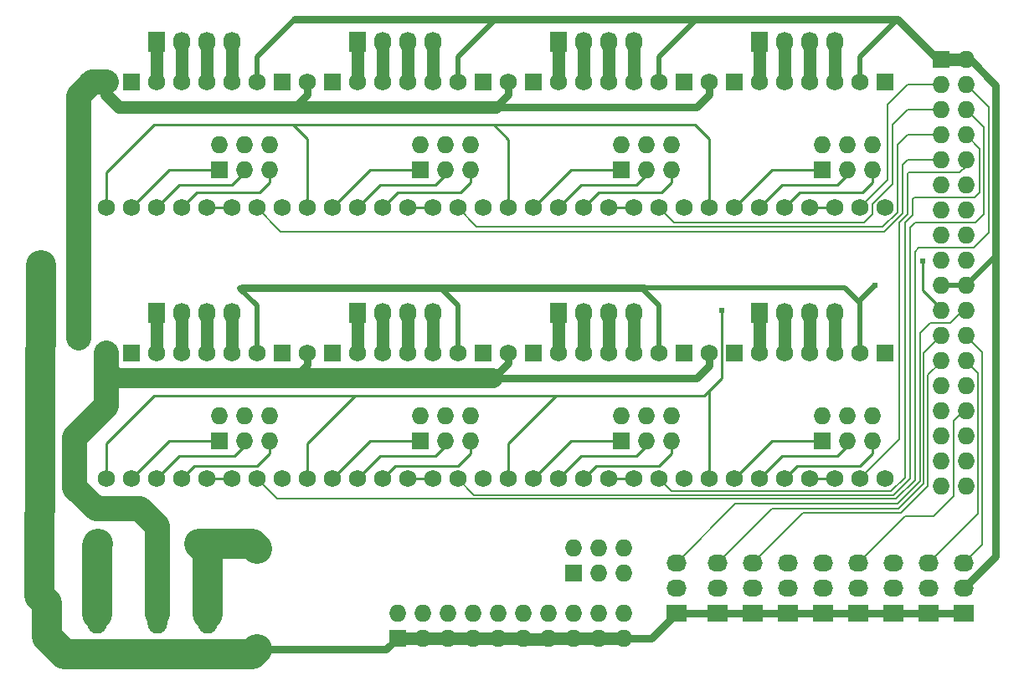
<source format=gbr>
G04 #@! TF.FileFunction,Copper,L2,Bot,Signal*
%FSLAX46Y46*%
G04 Gerber Fmt 4.6, Leading zero omitted, Abs format (unit mm)*
G04 Created by KiCad (PCBNEW 4.0.4+e1-6308~48~ubuntu15.10.1-stable) date Thu Dec  8 14:35:49 2016*
%MOMM*%
%LPD*%
G01*
G04 APERTURE LIST*
%ADD10C,0.100000*%
%ADD11C,1.727200*%
%ADD12R,1.727200X1.727200*%
%ADD13O,1.981200X3.962400*%
%ADD14O,1.727200X1.727200*%
%ADD15R,1.727200X2.032000*%
%ADD16O,1.727200X2.032000*%
%ADD17R,2.032000X1.727200*%
%ADD18O,2.032000X1.727200*%
%ADD19C,2.032000*%
%ADD20C,0.609600*%
%ADD21C,3.048000*%
%ADD22C,0.762000*%
%ADD23C,1.270000*%
%ADD24C,2.540000*%
%ADD25C,2.032000*%
%ADD26C,0.508000*%
%ADD27C,0.152400*%
%ADD28C,0.254000*%
G04 APERTURE END LIST*
D10*
D11*
X110002000Y-126746000D03*
X99802000Y-126746000D03*
X115826540Y-137414520D03*
D12*
X115826540Y-127254520D03*
D13*
X99695000Y-133858000D03*
X94615000Y-133858000D03*
D12*
X184992000Y-77724000D03*
D14*
X187532000Y-77724000D03*
X184992000Y-80264000D03*
X187532000Y-80264000D03*
X184992000Y-82804000D03*
X187532000Y-82804000D03*
X184992000Y-85344000D03*
X187532000Y-85344000D03*
X184992000Y-87884000D03*
X187532000Y-87884000D03*
X184992000Y-90424000D03*
X187532000Y-90424000D03*
X184992000Y-92964000D03*
X187532000Y-92964000D03*
X184992000Y-95504000D03*
X187532000Y-95504000D03*
X184992000Y-98044000D03*
X187532000Y-98044000D03*
X184992000Y-100584000D03*
X187532000Y-100584000D03*
X184992000Y-103124000D03*
X187532000Y-103124000D03*
X184992000Y-105664000D03*
X187532000Y-105664000D03*
X184992000Y-108204000D03*
X187532000Y-108204000D03*
X184992000Y-110744000D03*
X187532000Y-110744000D03*
X184992000Y-113284000D03*
X187532000Y-113284000D03*
X184992000Y-115824000D03*
X187532000Y-115824000D03*
X184992000Y-118364000D03*
X187532000Y-118364000D03*
X184992000Y-120904000D03*
X187532000Y-120904000D03*
D12*
X152654000Y-116332000D03*
D14*
X152654000Y-113792000D03*
X155194000Y-116332000D03*
X155194000Y-113792000D03*
X157734000Y-116332000D03*
X157734000Y-113792000D03*
D12*
X112014000Y-116332000D03*
D14*
X112014000Y-113792000D03*
X114554000Y-116332000D03*
X114554000Y-113792000D03*
X117094000Y-116332000D03*
X117094000Y-113792000D03*
D12*
X132334000Y-116332000D03*
D14*
X132334000Y-113792000D03*
X134874000Y-116332000D03*
X134874000Y-113792000D03*
X137414000Y-116332000D03*
X137414000Y-113792000D03*
D12*
X172974000Y-116332000D03*
D14*
X172974000Y-113792000D03*
X175514000Y-116332000D03*
X175514000Y-113792000D03*
X178054000Y-116332000D03*
X178054000Y-113792000D03*
D12*
X172974000Y-88900000D03*
D14*
X172974000Y-86360000D03*
X175514000Y-88900000D03*
X175514000Y-86360000D03*
X178054000Y-88900000D03*
X178054000Y-86360000D03*
D12*
X152717500Y-88900000D03*
D14*
X152717500Y-86360000D03*
X155257500Y-88900000D03*
X155257500Y-86360000D03*
X157797500Y-88900000D03*
X157797500Y-86360000D03*
D12*
X132334000Y-88900000D03*
D14*
X132334000Y-86360000D03*
X134874000Y-88900000D03*
X134874000Y-86360000D03*
X137414000Y-88900000D03*
X137414000Y-86360000D03*
D12*
X112014000Y-88900000D03*
D14*
X112014000Y-86360000D03*
X114554000Y-88900000D03*
X114554000Y-86360000D03*
X117094000Y-88900000D03*
X117094000Y-86360000D03*
D12*
X130048000Y-136271000D03*
D14*
X130048000Y-133731000D03*
X132588000Y-136271000D03*
X132588000Y-133731000D03*
X135128000Y-136271000D03*
X135128000Y-133731000D03*
X137668000Y-136271000D03*
X137668000Y-133731000D03*
X140208000Y-136271000D03*
X140208000Y-133731000D03*
X142748000Y-136271000D03*
X142748000Y-133731000D03*
X145288000Y-136271000D03*
X145288000Y-133731000D03*
X147828000Y-136271000D03*
X147828000Y-133731000D03*
X150368000Y-136271000D03*
X150368000Y-133731000D03*
X152908000Y-136271000D03*
X152908000Y-133731000D03*
D12*
X147828000Y-129667000D03*
D14*
X147828000Y-127127000D03*
X150368000Y-129667000D03*
X150368000Y-127127000D03*
X152908000Y-129667000D03*
X152908000Y-127127000D03*
D15*
X105664000Y-75946000D03*
D16*
X108204000Y-75946000D03*
X110744000Y-75946000D03*
X113284000Y-75946000D03*
D15*
X125984000Y-75946000D03*
D16*
X128524000Y-75946000D03*
X131064000Y-75946000D03*
X133604000Y-75946000D03*
D15*
X146367500Y-75946000D03*
D16*
X148907500Y-75946000D03*
X151447500Y-75946000D03*
X153987500Y-75946000D03*
D15*
X166624000Y-75946000D03*
D16*
X169164000Y-75946000D03*
X171704000Y-75946000D03*
X174244000Y-75946000D03*
D15*
X105664000Y-103378000D03*
D16*
X108204000Y-103378000D03*
X110744000Y-103378000D03*
X113284000Y-103378000D03*
D15*
X125984000Y-103378000D03*
D16*
X128524000Y-103378000D03*
X131064000Y-103378000D03*
X133604000Y-103378000D03*
D15*
X146304000Y-103378000D03*
D16*
X148844000Y-103378000D03*
X151384000Y-103378000D03*
X153924000Y-103378000D03*
D15*
X166624000Y-103378000D03*
D16*
X169164000Y-103378000D03*
X171704000Y-103378000D03*
X174244000Y-103378000D03*
D17*
X162433000Y-133731000D03*
D18*
X162433000Y-131191000D03*
X162433000Y-128651000D03*
D17*
X165989000Y-133731000D03*
D18*
X165989000Y-131191000D03*
X165989000Y-128651000D03*
D17*
X169545000Y-133731000D03*
D18*
X169545000Y-131191000D03*
X169545000Y-128651000D03*
D17*
X173101000Y-133731000D03*
D18*
X173101000Y-131191000D03*
X173101000Y-128651000D03*
D17*
X176657000Y-133731000D03*
D18*
X176657000Y-131191000D03*
X176657000Y-128651000D03*
D17*
X180213000Y-133731000D03*
D18*
X180213000Y-131191000D03*
X180213000Y-128651000D03*
D17*
X183769000Y-133731000D03*
D18*
X183769000Y-131191000D03*
X183769000Y-128651000D03*
D17*
X187325000Y-133731000D03*
D18*
X187325000Y-131191000D03*
X187325000Y-128651000D03*
D17*
X158242000Y-133731000D03*
D18*
X158242000Y-131191000D03*
X158242000Y-128651000D03*
D13*
X110871000Y-133858000D03*
X105791000Y-133858000D03*
D12*
X179324000Y-107442000D03*
D11*
X176784000Y-107442000D03*
X174244000Y-107442000D03*
X171704000Y-107442000D03*
X169164000Y-107442000D03*
X166624000Y-107442000D03*
D12*
X164084000Y-107442000D03*
D11*
X161544000Y-107442000D03*
X161544000Y-120142000D03*
X164084000Y-120142000D03*
X166624000Y-120142000D03*
X169164000Y-120142000D03*
X171704000Y-120142000D03*
X174244000Y-120142000D03*
X176784000Y-120142000D03*
X179324000Y-120142000D03*
D12*
X159004000Y-107442000D03*
D11*
X156464000Y-107442000D03*
X153924000Y-107442000D03*
X151384000Y-107442000D03*
X148844000Y-107442000D03*
X146304000Y-107442000D03*
D12*
X143764000Y-107442000D03*
D11*
X141224000Y-107442000D03*
X141224000Y-120142000D03*
X143764000Y-120142000D03*
X146304000Y-120142000D03*
X148844000Y-120142000D03*
X151384000Y-120142000D03*
X153924000Y-120142000D03*
X156464000Y-120142000D03*
X159004000Y-120142000D03*
D12*
X138684000Y-107442000D03*
D11*
X136144000Y-107442000D03*
X133604000Y-107442000D03*
X131064000Y-107442000D03*
X128524000Y-107442000D03*
X125984000Y-107442000D03*
D12*
X123444000Y-107442000D03*
D11*
X120904000Y-107442000D03*
X120904000Y-120142000D03*
X123444000Y-120142000D03*
X125984000Y-120142000D03*
X128524000Y-120142000D03*
X131064000Y-120142000D03*
X133604000Y-120142000D03*
X136144000Y-120142000D03*
X138684000Y-120142000D03*
D12*
X118364000Y-107442000D03*
D11*
X115824000Y-107442000D03*
X113284000Y-107442000D03*
X110744000Y-107442000D03*
X108204000Y-107442000D03*
X105664000Y-107442000D03*
D12*
X103124000Y-107442000D03*
D11*
X100584000Y-107442000D03*
X100584000Y-120142000D03*
X103124000Y-120142000D03*
X105664000Y-120142000D03*
X108204000Y-120142000D03*
X110744000Y-120142000D03*
X113284000Y-120142000D03*
X115824000Y-120142000D03*
X118364000Y-120142000D03*
D12*
X179324000Y-80010000D03*
D11*
X176784000Y-80010000D03*
X174244000Y-80010000D03*
X171704000Y-80010000D03*
X169164000Y-80010000D03*
X166624000Y-80010000D03*
D12*
X164084000Y-80010000D03*
D11*
X161544000Y-80010000D03*
X161544000Y-92710000D03*
X164084000Y-92710000D03*
X166624000Y-92710000D03*
X169164000Y-92710000D03*
X171704000Y-92710000D03*
X174244000Y-92710000D03*
X176784000Y-92710000D03*
X179324000Y-92710000D03*
D12*
X159067500Y-80010000D03*
D11*
X156527500Y-80010000D03*
X153987500Y-80010000D03*
X151447500Y-80010000D03*
X148907500Y-80010000D03*
X146367500Y-80010000D03*
D12*
X143827500Y-80010000D03*
D11*
X141287500Y-80010000D03*
X141287500Y-92710000D03*
X143827500Y-92710000D03*
X146367500Y-92710000D03*
X148907500Y-92710000D03*
X151447500Y-92710000D03*
X153987500Y-92710000D03*
X156527500Y-92710000D03*
X159067500Y-92710000D03*
D12*
X138684000Y-80010000D03*
D11*
X136144000Y-80010000D03*
X133604000Y-80010000D03*
X131064000Y-80010000D03*
X128524000Y-80010000D03*
X125984000Y-80010000D03*
D12*
X123444000Y-80010000D03*
D11*
X120904000Y-80010000D03*
X120904000Y-92710000D03*
X123444000Y-92710000D03*
X125984000Y-92710000D03*
X128524000Y-92710000D03*
X131064000Y-92710000D03*
X133604000Y-92710000D03*
X136144000Y-92710000D03*
X138684000Y-92710000D03*
D12*
X118364000Y-80010000D03*
D11*
X115824000Y-80010000D03*
X113284000Y-80010000D03*
X110744000Y-80010000D03*
X108204000Y-80010000D03*
X105664000Y-80010000D03*
D12*
X103124000Y-80010000D03*
D11*
X100584000Y-80010000D03*
X100584000Y-92710000D03*
X103124000Y-92710000D03*
X105664000Y-92710000D03*
X108204000Y-92710000D03*
X110744000Y-92710000D03*
X113284000Y-92710000D03*
X115824000Y-92710000D03*
X118364000Y-92710000D03*
D19*
X93980000Y-98552000D03*
X97790000Y-105918000D03*
D20*
X178308000Y-100584000D03*
X162814000Y-103124000D03*
X183134000Y-98094800D03*
D21*
X93980000Y-98552000D02*
X93853000Y-131953000D01*
X93853000Y-131953000D02*
X94615000Y-132715000D01*
X94615000Y-132715000D02*
X94615000Y-133858000D01*
D22*
X115826540Y-137414520D02*
X128904480Y-137414520D01*
X128904480Y-137414520D02*
X130048000Y-136271000D01*
D21*
X94615000Y-133858000D02*
X94615000Y-136144000D01*
X94615000Y-136144000D02*
X96393000Y-137922000D01*
X96393000Y-137922000D02*
X115319060Y-137922000D01*
X115319060Y-137922000D02*
X115826540Y-137414520D01*
D23*
X137668000Y-136271000D02*
X140208000Y-136271000D01*
X140208000Y-136271000D02*
X142748000Y-136271000D01*
X152908000Y-136271000D02*
X150368000Y-136271000D01*
X150368000Y-136271000D02*
X147828000Y-136271000D01*
X147828000Y-136271000D02*
X145288000Y-136271000D01*
X145288000Y-136271000D02*
X145211800Y-136347200D01*
X145211800Y-136347200D02*
X142824200Y-136347200D01*
X142824200Y-136347200D02*
X142748000Y-136271000D01*
X137668000Y-136271000D02*
X135128000Y-136271000D01*
X135128000Y-136271000D02*
X132588000Y-136271000D01*
X132588000Y-136271000D02*
X130048000Y-136271000D01*
D22*
X187325000Y-133731000D02*
X183769000Y-133731000D01*
X183769000Y-133731000D02*
X180213000Y-133731000D01*
X180213000Y-133731000D02*
X176657000Y-133731000D01*
X176657000Y-133731000D02*
X173101000Y-133731000D01*
X173101000Y-133731000D02*
X169545000Y-133731000D01*
X169545000Y-133731000D02*
X165989000Y-133731000D01*
X165989000Y-133731000D02*
X162433000Y-133731000D01*
X162433000Y-133731000D02*
X158242000Y-133731000D01*
X158242000Y-133731000D02*
X155702000Y-136271000D01*
X155702000Y-136271000D02*
X152908000Y-136271000D01*
D24*
X100584000Y-80010000D02*
X99187000Y-80010000D01*
X99187000Y-80010000D02*
X97790000Y-81407000D01*
X97790000Y-81407000D02*
X97790000Y-105918000D01*
X100584000Y-107442000D02*
X100584000Y-112776000D01*
X100584000Y-112776000D02*
X97409000Y-115951000D01*
X97409000Y-115951000D02*
X97409000Y-121031000D01*
X97409000Y-121031000D02*
X99568000Y-123190000D01*
X99568000Y-123190000D02*
X104013000Y-123190000D01*
X104013000Y-123190000D02*
X105791000Y-124968000D01*
X105791000Y-124968000D02*
X105791000Y-133858000D01*
D23*
X119634000Y-82550000D02*
X139954000Y-82550000D01*
D22*
X120904000Y-80010000D02*
X120904000Y-81280000D01*
D23*
X101854000Y-82550000D02*
X118872000Y-82550000D01*
X118872000Y-82550000D02*
X119634000Y-82550000D01*
D22*
X120904000Y-81280000D02*
X119634000Y-82550000D01*
X120904000Y-107442000D02*
X120904000Y-108610400D01*
X120904000Y-108610400D02*
X119532400Y-109982000D01*
D25*
X100584000Y-107442000D02*
X100584000Y-108966000D01*
X100584000Y-108966000D02*
X101600000Y-109982000D01*
X101600000Y-109982000D02*
X119532400Y-109982000D01*
X119532400Y-109982000D02*
X139700000Y-109982000D01*
D22*
X120904000Y-107442000D02*
X120904000Y-107696000D01*
X161544000Y-107442000D02*
X161544000Y-108712000D01*
X161544000Y-108712000D02*
X160274000Y-109982000D01*
X160274000Y-109982000D02*
X139700000Y-109982000D01*
X141224000Y-107442000D02*
X141224000Y-108458000D01*
X141224000Y-108458000D02*
X139700000Y-109982000D01*
D23*
X100584000Y-107442000D02*
X100584000Y-108966000D01*
X100584000Y-108966000D02*
X101600000Y-109982000D01*
D22*
X141287500Y-80010000D02*
X141287500Y-81216500D01*
X141287500Y-81216500D02*
X139954000Y-82550000D01*
X139954000Y-82550000D02*
X139700000Y-82550000D01*
X160274000Y-82550000D02*
X139700000Y-82550000D01*
X161544000Y-81280000D02*
X160274000Y-82550000D01*
X161544000Y-80010000D02*
X161544000Y-81280000D01*
X141287500Y-80010000D02*
X141287500Y-80454500D01*
D23*
X100584000Y-80010000D02*
X100584000Y-81280000D01*
X100584000Y-81280000D02*
X101854000Y-82550000D01*
D21*
X110002000Y-126746000D02*
X115318020Y-126746000D01*
X115318020Y-126746000D02*
X115826540Y-127254520D01*
X110871000Y-133858000D02*
X110871000Y-127615000D01*
X110871000Y-127615000D02*
X110002000Y-126746000D01*
D26*
X184992000Y-100584000D02*
X187532000Y-100584000D01*
X187532000Y-100584000D02*
X190550800Y-97565200D01*
X190550800Y-97565200D02*
X190529200Y-97565200D01*
X190529200Y-97565200D02*
X190500000Y-97536000D01*
X190500000Y-97536000D02*
X190550800Y-97536000D01*
X178308000Y-100584000D02*
X176784000Y-102108000D01*
X176784000Y-102108000D02*
X176784000Y-102362000D01*
D23*
X184992000Y-77724000D02*
X187532000Y-77724000D01*
D22*
X187532000Y-77724000D02*
X187960000Y-77724000D01*
X187960000Y-77724000D02*
X190550800Y-80314800D01*
X190550800Y-80314800D02*
X190550800Y-97536000D01*
X190550800Y-97536000D02*
X190550800Y-127965200D01*
X190550800Y-127965200D02*
X187325000Y-131191000D01*
D26*
X187532000Y-77724000D02*
X187706000Y-77724000D01*
D22*
X184992000Y-77724000D02*
X184658000Y-77724000D01*
X184658000Y-77724000D02*
X180594000Y-73660000D01*
X180594000Y-73660000D02*
X160274000Y-73660000D01*
D26*
X176784000Y-77470000D02*
X180594000Y-73660000D01*
X156527500Y-77406500D02*
X160274000Y-73660000D01*
X160274000Y-73660000D02*
X160020000Y-73914000D01*
X160020000Y-73914000D02*
X160020000Y-73660000D01*
D22*
X139954000Y-73660000D02*
X160020000Y-73660000D01*
D26*
X176784000Y-80010000D02*
X176784000Y-77470000D01*
X156527500Y-80010000D02*
X156527500Y-77406500D01*
X136144000Y-80010000D02*
X136144000Y-77470000D01*
X136144000Y-77470000D02*
X139954000Y-73660000D01*
X115824000Y-80010000D02*
X115824000Y-77470000D01*
X115824000Y-77470000D02*
X119634000Y-73660000D01*
D22*
X119634000Y-73660000D02*
X139954000Y-73660000D01*
D26*
X115824000Y-107442000D02*
X115824000Y-102616000D01*
X115824000Y-102616000D02*
X114109500Y-100901500D01*
X114109500Y-100901500D02*
X114046000Y-100838000D01*
X114046000Y-100838000D02*
X114300000Y-101092000D01*
X114300000Y-101092000D02*
X114300000Y-100838000D01*
X136144000Y-107442000D02*
X136144000Y-102616000D01*
X136144000Y-102616000D02*
X134366000Y-100838000D01*
X134366000Y-100838000D02*
X133858000Y-100838000D01*
D22*
X114300000Y-100838000D02*
X133858000Y-100838000D01*
X133858000Y-100838000D02*
X154940000Y-100838000D01*
D26*
X156464000Y-107442000D02*
X156464000Y-102616000D01*
X156464000Y-102616000D02*
X154686000Y-100838000D01*
X154686000Y-100838000D02*
X154432000Y-100838000D01*
X154432000Y-100838000D02*
X154940000Y-100838000D01*
X154940000Y-100838000D02*
X175260000Y-100838000D01*
X175260000Y-100838000D02*
X176784000Y-102362000D01*
X176784000Y-102362000D02*
X176784000Y-107442000D01*
D27*
X184992000Y-87884000D02*
X181610000Y-87884000D01*
X181610000Y-87884000D02*
X181102000Y-88392000D01*
X181102000Y-88392000D02*
X181102000Y-93268800D01*
X181102000Y-93268800D02*
X179273200Y-95097600D01*
X179273200Y-95097600D02*
X118211600Y-95097600D01*
X118211600Y-95097600D02*
X115824000Y-92710000D01*
X184992000Y-85344000D02*
X181610000Y-85344000D01*
X181610000Y-85344000D02*
X180594000Y-86360000D01*
X180594000Y-86360000D02*
X180594000Y-93167200D01*
X180594000Y-93167200D02*
X179120800Y-94640400D01*
X179120800Y-94640400D02*
X138074400Y-94640400D01*
X138074400Y-94640400D02*
X136144000Y-92710000D01*
X184992000Y-82804000D02*
X181610000Y-82804000D01*
X181610000Y-82804000D02*
X180086000Y-84328000D01*
X180086000Y-84328000D02*
X180086000Y-90297000D01*
X180086000Y-90297000D02*
X178054000Y-92329000D01*
X178054000Y-92329000D02*
X178054000Y-93370400D01*
X178054000Y-93370400D02*
X177241200Y-94183200D01*
X177241200Y-94183200D02*
X158000700Y-94183200D01*
X158000700Y-94183200D02*
X156527500Y-92710000D01*
X184992000Y-80264000D02*
X181610000Y-80264000D01*
X181610000Y-80264000D02*
X179578000Y-82296000D01*
X179578000Y-82296000D02*
X179578000Y-89916000D01*
X179578000Y-89916000D02*
X176784000Y-92710000D01*
X187532000Y-80264000D02*
X187579000Y-80264000D01*
X187579000Y-80264000D02*
X189865000Y-82550000D01*
X189865000Y-82550000D02*
X189865000Y-95250000D01*
X189865000Y-95250000D02*
X188341000Y-96774000D01*
X188341000Y-96774000D02*
X182753000Y-96774000D01*
X182753000Y-96774000D02*
X182372000Y-97155000D01*
X182372000Y-97155000D02*
X182372000Y-120269000D01*
X182372000Y-120269000D02*
X180467000Y-122174000D01*
X180467000Y-122174000D02*
X117856000Y-122174000D01*
X117856000Y-122174000D02*
X115824000Y-120142000D01*
X115824000Y-120142000D02*
X115824000Y-120243600D01*
X187532000Y-82804000D02*
X187579000Y-82804000D01*
X187579000Y-82804000D02*
X189357000Y-84582000D01*
X189357000Y-84582000D02*
X189357000Y-93345000D01*
X189357000Y-93345000D02*
X188468000Y-94234000D01*
X188468000Y-94234000D02*
X182372000Y-94234000D01*
X182372000Y-94234000D02*
X181864000Y-94742000D01*
X181864000Y-94742000D02*
X181864000Y-120142000D01*
X181864000Y-120142000D02*
X180213000Y-121793000D01*
X180213000Y-121793000D02*
X137795000Y-121793000D01*
X137795000Y-121793000D02*
X136144000Y-120142000D01*
X184026800Y-91643200D02*
X182295800Y-91643200D01*
X182295800Y-91643200D02*
X182118000Y-91821000D01*
X182118000Y-91821000D02*
X182118000Y-93472000D01*
X182118000Y-93472000D02*
X181356000Y-94234000D01*
X181356000Y-94234000D02*
X181356000Y-120015000D01*
X181356000Y-120015000D02*
X179959000Y-121412000D01*
X179959000Y-121412000D02*
X157734000Y-121412000D01*
X157734000Y-121412000D02*
X156464000Y-120142000D01*
X188903600Y-86715600D02*
X187532000Y-85344000D01*
X188903600Y-91135200D02*
X188903600Y-86715600D01*
X188395600Y-91643200D02*
X188903600Y-91135200D01*
X184026800Y-91643200D02*
X188395600Y-91643200D01*
X183134000Y-89154000D02*
X181737000Y-89154000D01*
X181737000Y-89154000D02*
X181610000Y-89281000D01*
X181610000Y-89281000D02*
X181610000Y-93345000D01*
X181610000Y-93345000D02*
X180797200Y-94157800D01*
X180797200Y-94157800D02*
X180797200Y-99212400D01*
X187532000Y-87884000D02*
X187532000Y-88544400D01*
X187532000Y-88544400D02*
X186922400Y-89154000D01*
X186922400Y-89154000D02*
X183134000Y-89154000D01*
X183134000Y-89154000D02*
X183061600Y-89154000D01*
X180797200Y-99212400D02*
X180797200Y-116128800D01*
X180797200Y-116128800D02*
X176784000Y-120142000D01*
X176784000Y-120142000D02*
X176834800Y-120142000D01*
D28*
X161544000Y-120142000D02*
X161544000Y-111252000D01*
X146050000Y-111760000D02*
X161036000Y-111760000D01*
X161036000Y-111760000D02*
X161544000Y-111252000D01*
X161544000Y-111252000D02*
X162814000Y-109982000D01*
X162814000Y-109982000D02*
X162814000Y-103124000D01*
X184992000Y-103124000D02*
X184992000Y-102950000D01*
X184992000Y-102950000D02*
X183134000Y-101092000D01*
X183134000Y-101092000D02*
X183134000Y-98094800D01*
X120904000Y-92710000D02*
X120904000Y-85725000D01*
X120904000Y-85725000D02*
X119507000Y-84328000D01*
X161544000Y-92710000D02*
X161544000Y-85725000D01*
X161544000Y-85725000D02*
X160147000Y-84328000D01*
X141287500Y-92710000D02*
X141287500Y-85788500D01*
X141287500Y-85788500D02*
X139827000Y-84328000D01*
X141224000Y-120142000D02*
X141224000Y-116586000D01*
X141224000Y-116586000D02*
X146050000Y-111760000D01*
X120904000Y-120142000D02*
X120904000Y-116586000D01*
X120904000Y-116586000D02*
X125730000Y-111760000D01*
X100584000Y-120142000D02*
X100584000Y-116586000D01*
X100584000Y-116586000D02*
X105410000Y-111760000D01*
X105410000Y-111760000D02*
X125730000Y-111760000D01*
X125730000Y-111760000D02*
X146050000Y-111760000D01*
X100584000Y-92710000D02*
X100584000Y-89154000D01*
X100584000Y-89154000D02*
X105410000Y-84328000D01*
X105410000Y-84328000D02*
X119507000Y-84328000D01*
X119507000Y-84328000D02*
X125730000Y-84328000D01*
X125730000Y-84328000D02*
X139827000Y-84328000D01*
X139827000Y-84328000D02*
X146050000Y-84328000D01*
X146050000Y-84328000D02*
X160147000Y-84328000D01*
D27*
X187532000Y-103124000D02*
X187198000Y-103124000D01*
X187198000Y-103124000D02*
X185928000Y-104394000D01*
X185928000Y-104394000D02*
X183896000Y-104394000D01*
X183896000Y-104394000D02*
X182880000Y-105410000D01*
X182880000Y-105410000D02*
X182880000Y-120396000D01*
X182880000Y-120396000D02*
X180594000Y-122682000D01*
X180594000Y-122682000D02*
X164211000Y-122682000D01*
X164211000Y-122682000D02*
X158242000Y-128651000D01*
X180594000Y-123190000D02*
X180746400Y-123190000D01*
X180746400Y-123190000D02*
X183286400Y-120650000D01*
X183286400Y-120650000D02*
X183286400Y-120497600D01*
X183286400Y-120497600D02*
X183286400Y-107369600D01*
X183286400Y-107369600D02*
X184992000Y-105664000D01*
X184992000Y-105664000D02*
X184404000Y-105664000D01*
X180594000Y-123190000D02*
X167894000Y-123190000D01*
X167894000Y-123190000D02*
X162433000Y-128651000D01*
X184992000Y-108204000D02*
X184992000Y-108327200D01*
X184992000Y-108327200D02*
X183692800Y-109626400D01*
X183692800Y-109626400D02*
X183692800Y-120904000D01*
X183692800Y-120904000D02*
X181000400Y-123596400D01*
X181000400Y-123596400D02*
X171043600Y-123596400D01*
X171043600Y-123596400D02*
X165989000Y-128651000D01*
X187532000Y-113284000D02*
X187299600Y-113284000D01*
X187299600Y-113284000D02*
X186283600Y-114300000D01*
X186283600Y-114300000D02*
X186283600Y-121920000D01*
X186283600Y-121920000D02*
X184251600Y-123952000D01*
X184251600Y-123952000D02*
X181356000Y-123952000D01*
X181356000Y-123952000D02*
X176657000Y-128651000D01*
X187532000Y-108204000D02*
X187532000Y-108233200D01*
X187532000Y-108233200D02*
X188772800Y-109474000D01*
X188772800Y-109474000D02*
X188772800Y-123647200D01*
X188772800Y-123647200D02*
X183769000Y-128651000D01*
X187532000Y-105664000D02*
X187532000Y-105693200D01*
X187532000Y-105693200D02*
X189179200Y-107340400D01*
X189179200Y-107340400D02*
X189179200Y-126796800D01*
X189179200Y-126796800D02*
X187325000Y-128651000D01*
D23*
X105664000Y-80010000D02*
X105664000Y-75946000D01*
X108204000Y-80010000D02*
X108204000Y-75946000D01*
X110744000Y-75946000D02*
X110744000Y-80010000D01*
X113284000Y-80010000D02*
X113284000Y-75946000D01*
X125984000Y-80010000D02*
X125984000Y-75946000D01*
X128524000Y-75946000D02*
X128524000Y-80010000D01*
X131064000Y-80010000D02*
X131064000Y-75946000D01*
X133604000Y-75946000D02*
X133604000Y-80010000D01*
X146367500Y-80010000D02*
X146367500Y-75946000D01*
X148907500Y-80010000D02*
X148907500Y-75946000D01*
X151447500Y-80010000D02*
X151447500Y-75946000D01*
X153987500Y-75946000D02*
X153987500Y-80010000D01*
X166624000Y-80010000D02*
X166624000Y-75946000D01*
X169164000Y-80010000D02*
X169164000Y-75946000D01*
X171704000Y-80010000D02*
X171704000Y-75946000D01*
X174244000Y-80010000D02*
X174244000Y-75946000D01*
X105664000Y-103378000D02*
X105664000Y-107442000D01*
X108204000Y-107442000D02*
X108204000Y-103378000D01*
X110744000Y-107442000D02*
X110744000Y-103378000D01*
X113284000Y-107442000D02*
X113284000Y-103378000D01*
X125984000Y-103378000D02*
X125984000Y-107442000D01*
X128524000Y-107442000D02*
X128524000Y-103378000D01*
X131064000Y-103378000D02*
X131064000Y-107442000D01*
X133604000Y-107442000D02*
X133604000Y-103378000D01*
X146304000Y-103378000D02*
X146304000Y-107442000D01*
X148844000Y-107442000D02*
X148844000Y-103378000D01*
X151384000Y-103378000D02*
X151384000Y-107442000D01*
X153924000Y-107442000D02*
X153924000Y-103378000D01*
X166624000Y-103378000D02*
X166624000Y-107442000D01*
X169164000Y-107442000D02*
X169164000Y-103378000D01*
X171704000Y-107442000D02*
X171704000Y-103378000D01*
X174244000Y-107442000D02*
X174244000Y-103378000D01*
D28*
X110744000Y-92710000D02*
X113284000Y-92710000D01*
X131064000Y-92710000D02*
X133604000Y-92710000D01*
X151447500Y-92710000D02*
X153987500Y-92710000D01*
X171704000Y-92710000D02*
X174244000Y-92710000D01*
X110744000Y-120142000D02*
X113284000Y-120142000D01*
X131064000Y-120142000D02*
X133604000Y-120142000D01*
X151384000Y-120142000D02*
X153924000Y-120142000D01*
X171704000Y-120142000D02*
X174244000Y-120142000D01*
X117094000Y-90170000D02*
X116078000Y-91186000D01*
X116078000Y-91186000D02*
X109728000Y-91186000D01*
X109728000Y-91186000D02*
X108204000Y-92710000D01*
X117094000Y-88900000D02*
X117094000Y-90170000D01*
X117094000Y-88900000D02*
X117094000Y-90170000D01*
X109728000Y-91186000D02*
X108204000Y-92710000D01*
X116078000Y-91186000D02*
X109728000Y-91186000D01*
X117094000Y-90170000D02*
X116078000Y-91186000D01*
X107950000Y-90424000D02*
X105664000Y-92710000D01*
X113284000Y-90424000D02*
X107950000Y-90424000D01*
X114554000Y-89154000D02*
X113284000Y-90424000D01*
X114554000Y-88900000D02*
X114554000Y-89154000D01*
X114554000Y-88900000D02*
X114554000Y-89154000D01*
X114554000Y-89154000D02*
X113284000Y-90424000D01*
X113284000Y-90424000D02*
X107950000Y-90424000D01*
X107950000Y-90424000D02*
X105664000Y-92710000D01*
X106934000Y-88900000D02*
X103124000Y-92710000D01*
X112014000Y-88900000D02*
X106934000Y-88900000D01*
X112014000Y-88900000D02*
X106934000Y-88900000D01*
X106934000Y-88900000D02*
X103124000Y-92710000D01*
X137414000Y-88900000D02*
X137414000Y-90170000D01*
X130048000Y-91186000D02*
X128524000Y-92710000D01*
X136398000Y-91186000D02*
X130048000Y-91186000D01*
X137414000Y-90170000D02*
X136398000Y-91186000D01*
X134874000Y-88900000D02*
X134874000Y-89408000D01*
X134874000Y-89408000D02*
X133858000Y-90424000D01*
X133858000Y-90424000D02*
X128270000Y-90424000D01*
X128270000Y-90424000D02*
X125984000Y-92710000D01*
X132334000Y-88900000D02*
X127254000Y-88900000D01*
X127254000Y-88900000D02*
X123444000Y-92710000D01*
X157797500Y-88900000D02*
X157797500Y-90106500D01*
X157797500Y-90106500D02*
X156718000Y-91186000D01*
X156718000Y-91186000D02*
X150431500Y-91186000D01*
X150431500Y-91186000D02*
X148907500Y-92710000D01*
X155257500Y-88900000D02*
X155257500Y-89344500D01*
X155257500Y-89344500D02*
X154178000Y-90424000D01*
X154178000Y-90424000D02*
X148653500Y-90424000D01*
X148653500Y-90424000D02*
X146367500Y-92710000D01*
X152717500Y-88900000D02*
X147637500Y-88900000D01*
X147637500Y-88900000D02*
X143827500Y-92710000D01*
X178054000Y-88900000D02*
X178054000Y-90170000D01*
X178054000Y-90170000D02*
X177038000Y-91186000D01*
X177038000Y-91186000D02*
X170688000Y-91186000D01*
X170688000Y-91186000D02*
X169164000Y-92710000D01*
X175514000Y-88900000D02*
X175514000Y-89408000D01*
X175514000Y-89408000D02*
X174498000Y-90424000D01*
X174498000Y-90424000D02*
X168910000Y-90424000D01*
X168910000Y-90424000D02*
X166624000Y-92710000D01*
X172974000Y-88900000D02*
X167894000Y-88900000D01*
X167894000Y-88900000D02*
X164084000Y-92710000D01*
X117094000Y-116332000D02*
X117094000Y-117602000D01*
X117094000Y-117602000D02*
X115824000Y-118872000D01*
X115824000Y-118872000D02*
X109474000Y-118872000D01*
X109474000Y-118872000D02*
X108204000Y-120142000D01*
X114554000Y-116332000D02*
X114554000Y-116840000D01*
X114554000Y-116840000D02*
X113538000Y-117856000D01*
X113538000Y-117856000D02*
X107950000Y-117856000D01*
X107950000Y-117856000D02*
X105664000Y-120142000D01*
X112014000Y-116332000D02*
X106934000Y-116332000D01*
X106934000Y-116332000D02*
X103124000Y-120142000D01*
X137414000Y-116332000D02*
X137414000Y-117602000D01*
X137414000Y-117602000D02*
X136144000Y-118872000D01*
X136144000Y-118872000D02*
X129794000Y-118872000D01*
X129794000Y-118872000D02*
X128524000Y-120142000D01*
X134874000Y-116332000D02*
X134874000Y-116840000D01*
X134874000Y-116840000D02*
X133858000Y-117856000D01*
X133858000Y-117856000D02*
X128270000Y-117856000D01*
X128270000Y-117856000D02*
X125984000Y-120142000D01*
X132334000Y-116332000D02*
X127254000Y-116332000D01*
X127254000Y-116332000D02*
X123444000Y-120142000D01*
X157734000Y-116332000D02*
X157734000Y-117602000D01*
X157734000Y-117602000D02*
X156464000Y-118872000D01*
X156464000Y-118872000D02*
X150114000Y-118872000D01*
X150114000Y-118872000D02*
X148844000Y-120142000D01*
X155194000Y-116332000D02*
X155194000Y-116840000D01*
X155194000Y-116840000D02*
X154178000Y-117856000D01*
X154178000Y-117856000D02*
X148590000Y-117856000D01*
X148590000Y-117856000D02*
X146304000Y-120142000D01*
X152654000Y-116332000D02*
X147574000Y-116332000D01*
X147574000Y-116332000D02*
X143764000Y-120142000D01*
X178054000Y-116332000D02*
X178054000Y-117602000D01*
X178054000Y-117602000D02*
X176784000Y-118872000D01*
X176784000Y-118872000D02*
X170434000Y-118872000D01*
X170434000Y-118872000D02*
X169164000Y-120142000D01*
X175514000Y-116332000D02*
X175514000Y-116840000D01*
X175514000Y-116840000D02*
X174498000Y-117856000D01*
X174498000Y-117856000D02*
X168910000Y-117856000D01*
X168910000Y-117856000D02*
X166624000Y-120142000D01*
X172974000Y-116332000D02*
X167894000Y-116332000D01*
X167894000Y-116332000D02*
X164084000Y-120142000D01*
D21*
X99695000Y-133858000D02*
X99695000Y-126853000D01*
X99695000Y-126853000D02*
X99802000Y-126746000D01*
M02*

</source>
